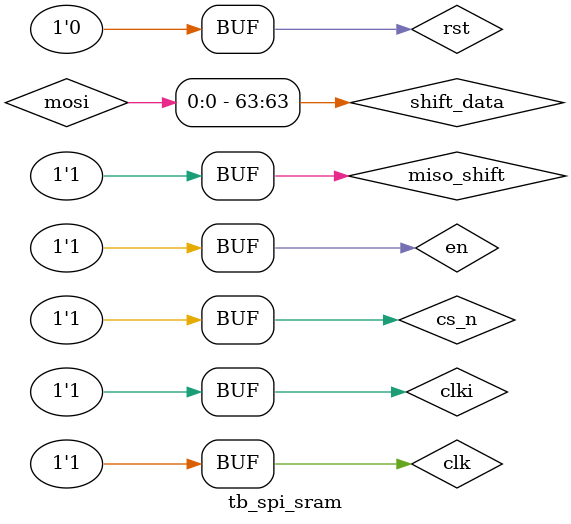
<source format=sv>
`resetall
`timescale 1ns / 1ps
`default_nettype none

module tb_spi_sram();

// insure clock starts without posedge @ time 0 to avoid race conditions
// first posedge will be @PERIOD ns
logic clki;
always begin
    #5 clki = 0;
    #5 clki = 1;
end

wire clk;
assign #1 clk = clki;

logic rst;

logic en;
logic cs_n;
wire mosi;
wire miso;

wire [23:0]mem_addr;
wire       mem_en;
wire       mem_wr;
wire  [7:0]mem_wdata;
reg   [7:0]mem_rdata;

spi_sram_slave spi_sram_slave_inst (
   .clk,
   .clk2 (~clk),
   .rst,
   .en,
   .en2 (en),
   .cs_n,
   .mosi,
   .miso,
   .mem_addr,
   .mem_en,
   .mem_wr,
   .mem_wdata,
   .mem_rdata
);


reg [7:0]mem[64*1024];
always_ff @(posedge clk) begin
    if (mem_en) begin
        if (mem_wr)
            mem[mem_addr[15:0]] <= mem_wdata;
        mem_rdata <= mem[mem_addr[15:0]];
    end
end

logic miso_shift = 0;

initial begin
    #17 rst  = 1;
        en   = 0;
        cs_n = 1;
        mem['h407] = 'h77;
        mem['h408] = 'h88;
        mem['h409] = 'h99;
        mem['h40a] = 'haa;
        mem['h40b] = 'hbb;
        mem['h40c] = 'hcc;

   #100 rst = 0;
        en  = 1;

   #100 shift_data = { 8'h83, 24'h800409, 32'b0 };
        cs_n = 0;
   #320 miso_shift = 1;
   #160 cs_n = 1;

   #100 shift_data = { 8'h82, 24'h800405, 32'h11223344 };
        cs_n = 0;
   #640 cs_n = 1;

   #100 shift_data = { 8'h83, 24'h800405, 32'b0 };
        cs_n = 0;
   #640 cs_n = 1;

end

reg [63:0]shift_data;
always @(negedge clk) begin
    if (!cs_n)
        shift_data <= { shift_data, miso };
end
assign mosi = shift_data[63];

endmodule
`resetall

</source>
